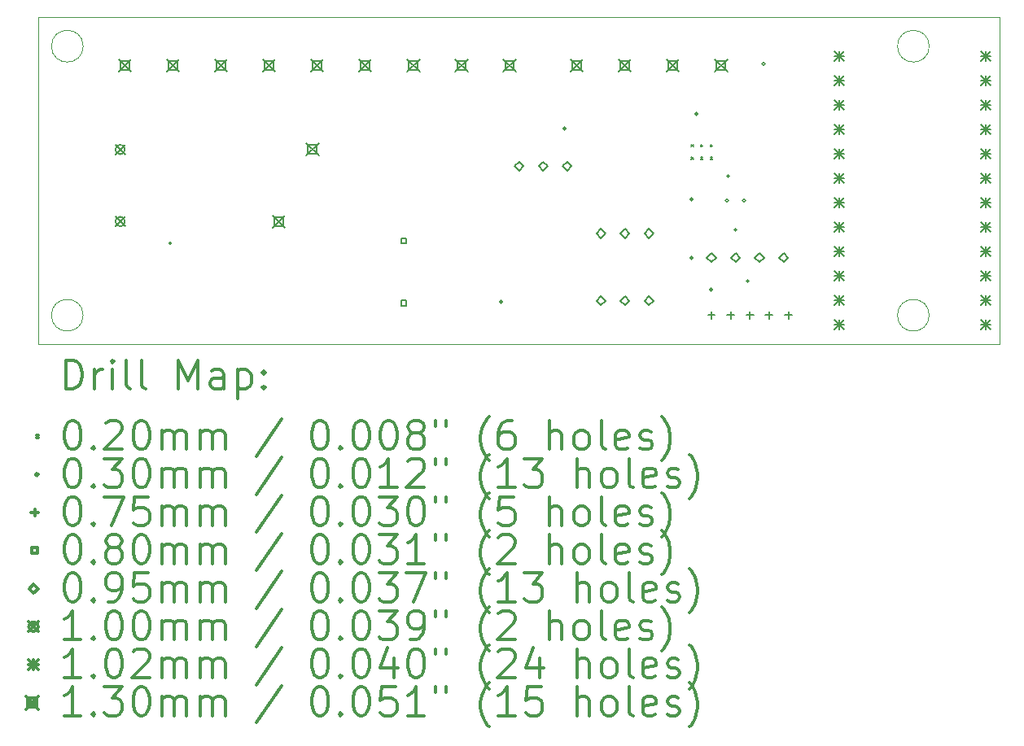
<source format=gbr>
%FSLAX45Y45*%
G04 Gerber Fmt 4.5, Leading zero omitted, Abs format (unit mm)*
G04 Created by KiCad (PCBNEW (5.1.9)-1) date 2021-05-18 22:58:01*
%MOMM*%
%LPD*%
G01*
G04 APERTURE LIST*
%TA.AperFunction,Profile*%
%ADD10C,0.025400*%
%TD*%
%ADD11C,0.200000*%
%ADD12C,0.300000*%
G04 APERTURE END LIST*
D10*
X8265000Y-7900000D02*
G75*
G03*
X8265000Y-7900000I-165000J0D01*
G01*
X17065000Y-7900000D02*
G75*
G03*
X17065000Y-7900000I-165000J0D01*
G01*
X7800000Y-8200000D02*
X7800000Y-4800000D01*
X17800000Y-8200000D02*
X7800000Y-8200000D01*
X17800000Y-4800000D02*
X17800000Y-8200000D01*
X17065000Y-5100000D02*
G75*
G03*
X17065000Y-5100000I-165000J0D01*
G01*
X8265000Y-5100000D02*
G75*
G03*
X8265000Y-5100000I-165000J0D01*
G01*
X7800000Y-4800000D02*
X17800000Y-4800000D01*
D11*
X14590000Y-6125000D02*
X14610000Y-6145000D01*
X14610000Y-6125000D02*
X14590000Y-6145000D01*
X14590000Y-6255000D02*
X14610000Y-6275000D01*
X14610000Y-6255000D02*
X14590000Y-6275000D01*
X14690000Y-6125000D02*
X14710000Y-6145000D01*
X14710000Y-6125000D02*
X14690000Y-6145000D01*
X14690000Y-6255000D02*
X14710000Y-6275000D01*
X14710000Y-6255000D02*
X14690000Y-6275000D01*
X14790000Y-6125000D02*
X14810000Y-6145000D01*
X14810000Y-6125000D02*
X14790000Y-6145000D01*
X14790000Y-6255000D02*
X14810000Y-6275000D01*
X14810000Y-6255000D02*
X14790000Y-6275000D01*
X9184640Y-7150100D02*
G75*
G03*
X9184640Y-7150100I-15240J0D01*
G01*
X12626340Y-7759700D02*
G75*
G03*
X12626340Y-7759700I-15240J0D01*
G01*
X13286740Y-5956300D02*
G75*
G03*
X13286740Y-5956300I-15240J0D01*
G01*
X14607540Y-6692900D02*
G75*
G03*
X14607540Y-6692900I-15240J0D01*
G01*
X14607540Y-7302500D02*
G75*
G03*
X14607540Y-7302500I-15240J0D01*
G01*
X14658340Y-5803900D02*
G75*
G03*
X14658340Y-5803900I-15240J0D01*
G01*
X14810740Y-7632700D02*
G75*
G03*
X14810740Y-7632700I-15240J0D01*
G01*
X14975840Y-6705600D02*
G75*
G03*
X14975840Y-6705600I-15240J0D01*
G01*
X14988540Y-6451600D02*
G75*
G03*
X14988540Y-6451600I-15240J0D01*
G01*
X15064740Y-7010400D02*
G75*
G03*
X15064740Y-7010400I-15240J0D01*
G01*
X15153640Y-6705600D02*
G75*
G03*
X15153640Y-6705600I-15240J0D01*
G01*
X15191740Y-7543800D02*
G75*
G03*
X15191740Y-7543800I-15240J0D01*
G01*
X15356840Y-5283200D02*
G75*
G03*
X15356840Y-5283200I-15240J0D01*
G01*
X14800000Y-7862500D02*
X14800000Y-7937500D01*
X14762500Y-7900000D02*
X14837500Y-7900000D01*
X15000000Y-7862500D02*
X15000000Y-7937500D01*
X14962500Y-7900000D02*
X15037500Y-7900000D01*
X15200000Y-7862500D02*
X15200000Y-7937500D01*
X15162500Y-7900000D02*
X15237500Y-7900000D01*
X15400000Y-7862500D02*
X15400000Y-7937500D01*
X15362500Y-7900000D02*
X15437500Y-7900000D01*
X15600000Y-7862500D02*
X15600000Y-7937500D01*
X15562500Y-7900000D02*
X15637500Y-7900000D01*
X11628284Y-7153284D02*
X11628284Y-7096715D01*
X11571715Y-7096715D01*
X11571715Y-7153284D01*
X11628284Y-7153284D01*
X11628284Y-7803284D02*
X11628284Y-7746715D01*
X11571715Y-7746715D01*
X11571715Y-7803284D01*
X11628284Y-7803284D01*
X12800000Y-6397500D02*
X12847500Y-6350000D01*
X12800000Y-6302500D01*
X12752500Y-6350000D01*
X12800000Y-6397500D01*
X13050000Y-6397500D02*
X13097500Y-6350000D01*
X13050000Y-6302500D01*
X13002500Y-6350000D01*
X13050000Y-6397500D01*
X13300000Y-6397500D02*
X13347500Y-6350000D01*
X13300000Y-6302500D01*
X13252500Y-6350000D01*
X13300000Y-6397500D01*
X13650000Y-7097500D02*
X13697500Y-7050000D01*
X13650000Y-7002500D01*
X13602500Y-7050000D01*
X13650000Y-7097500D01*
X13650000Y-7797500D02*
X13697500Y-7750000D01*
X13650000Y-7702500D01*
X13602500Y-7750000D01*
X13650000Y-7797500D01*
X13900000Y-7097500D02*
X13947500Y-7050000D01*
X13900000Y-7002500D01*
X13852500Y-7050000D01*
X13900000Y-7097500D01*
X13900000Y-7797500D02*
X13947500Y-7750000D01*
X13900000Y-7702500D01*
X13852500Y-7750000D01*
X13900000Y-7797500D01*
X14150000Y-7097500D02*
X14197500Y-7050000D01*
X14150000Y-7002500D01*
X14102500Y-7050000D01*
X14150000Y-7097500D01*
X14150000Y-7797500D02*
X14197500Y-7750000D01*
X14150000Y-7702500D01*
X14102500Y-7750000D01*
X14150000Y-7797500D01*
X14800000Y-7347500D02*
X14847500Y-7300000D01*
X14800000Y-7252500D01*
X14752500Y-7300000D01*
X14800000Y-7347500D01*
X15050000Y-7347500D02*
X15097500Y-7300000D01*
X15050000Y-7252500D01*
X15002500Y-7300000D01*
X15050000Y-7347500D01*
X15300000Y-7347500D02*
X15347500Y-7300000D01*
X15300000Y-7252500D01*
X15252500Y-7300000D01*
X15300000Y-7347500D01*
X15550000Y-7347500D02*
X15597500Y-7300000D01*
X15550000Y-7252500D01*
X15502500Y-7300000D01*
X15550000Y-7347500D01*
X8600000Y-6125000D02*
X8700000Y-6225000D01*
X8700000Y-6125000D02*
X8600000Y-6225000D01*
X8700000Y-6175000D02*
G75*
G03*
X8700000Y-6175000I-50000J0D01*
G01*
X8600000Y-6875000D02*
X8700000Y-6975000D01*
X8700000Y-6875000D02*
X8600000Y-6975000D01*
X8700000Y-6925000D02*
G75*
G03*
X8700000Y-6925000I-50000J0D01*
G01*
X16075200Y-5149200D02*
X16176800Y-5250800D01*
X16176800Y-5149200D02*
X16075200Y-5250800D01*
X16126000Y-5149200D02*
X16126000Y-5250800D01*
X16075200Y-5200000D02*
X16176800Y-5200000D01*
X16075200Y-5403200D02*
X16176800Y-5504800D01*
X16176800Y-5403200D02*
X16075200Y-5504800D01*
X16126000Y-5403200D02*
X16126000Y-5504800D01*
X16075200Y-5454000D02*
X16176800Y-5454000D01*
X16075200Y-5657200D02*
X16176800Y-5758800D01*
X16176800Y-5657200D02*
X16075200Y-5758800D01*
X16126000Y-5657200D02*
X16126000Y-5758800D01*
X16075200Y-5708000D02*
X16176800Y-5708000D01*
X16075200Y-5911200D02*
X16176800Y-6012800D01*
X16176800Y-5911200D02*
X16075200Y-6012800D01*
X16126000Y-5911200D02*
X16126000Y-6012800D01*
X16075200Y-5962000D02*
X16176800Y-5962000D01*
X16075200Y-6165200D02*
X16176800Y-6266800D01*
X16176800Y-6165200D02*
X16075200Y-6266800D01*
X16126000Y-6165200D02*
X16126000Y-6266800D01*
X16075200Y-6216000D02*
X16176800Y-6216000D01*
X16075200Y-6419200D02*
X16176800Y-6520800D01*
X16176800Y-6419200D02*
X16075200Y-6520800D01*
X16126000Y-6419200D02*
X16126000Y-6520800D01*
X16075200Y-6470000D02*
X16176800Y-6470000D01*
X16075200Y-6673200D02*
X16176800Y-6774800D01*
X16176800Y-6673200D02*
X16075200Y-6774800D01*
X16126000Y-6673200D02*
X16126000Y-6774800D01*
X16075200Y-6724000D02*
X16176800Y-6724000D01*
X16075200Y-6927200D02*
X16176800Y-7028800D01*
X16176800Y-6927200D02*
X16075200Y-7028800D01*
X16126000Y-6927200D02*
X16126000Y-7028800D01*
X16075200Y-6978000D02*
X16176800Y-6978000D01*
X16075200Y-7181200D02*
X16176800Y-7282800D01*
X16176800Y-7181200D02*
X16075200Y-7282800D01*
X16126000Y-7181200D02*
X16126000Y-7282800D01*
X16075200Y-7232000D02*
X16176800Y-7232000D01*
X16075200Y-7435200D02*
X16176800Y-7536800D01*
X16176800Y-7435200D02*
X16075200Y-7536800D01*
X16126000Y-7435200D02*
X16126000Y-7536800D01*
X16075200Y-7486000D02*
X16176800Y-7486000D01*
X16075200Y-7689200D02*
X16176800Y-7790800D01*
X16176800Y-7689200D02*
X16075200Y-7790800D01*
X16126000Y-7689200D02*
X16126000Y-7790800D01*
X16075200Y-7740000D02*
X16176800Y-7740000D01*
X16075200Y-7943200D02*
X16176800Y-8044800D01*
X16176800Y-7943200D02*
X16075200Y-8044800D01*
X16126000Y-7943200D02*
X16126000Y-8044800D01*
X16075200Y-7994000D02*
X16176800Y-7994000D01*
X17599200Y-5149200D02*
X17700800Y-5250800D01*
X17700800Y-5149200D02*
X17599200Y-5250800D01*
X17650000Y-5149200D02*
X17650000Y-5250800D01*
X17599200Y-5200000D02*
X17700800Y-5200000D01*
X17599200Y-5403200D02*
X17700800Y-5504800D01*
X17700800Y-5403200D02*
X17599200Y-5504800D01*
X17650000Y-5403200D02*
X17650000Y-5504800D01*
X17599200Y-5454000D02*
X17700800Y-5454000D01*
X17599200Y-5657200D02*
X17700800Y-5758800D01*
X17700800Y-5657200D02*
X17599200Y-5758800D01*
X17650000Y-5657200D02*
X17650000Y-5758800D01*
X17599200Y-5708000D02*
X17700800Y-5708000D01*
X17599200Y-5911200D02*
X17700800Y-6012800D01*
X17700800Y-5911200D02*
X17599200Y-6012800D01*
X17650000Y-5911200D02*
X17650000Y-6012800D01*
X17599200Y-5962000D02*
X17700800Y-5962000D01*
X17599200Y-6165200D02*
X17700800Y-6266800D01*
X17700800Y-6165200D02*
X17599200Y-6266800D01*
X17650000Y-6165200D02*
X17650000Y-6266800D01*
X17599200Y-6216000D02*
X17700800Y-6216000D01*
X17599200Y-6419200D02*
X17700800Y-6520800D01*
X17700800Y-6419200D02*
X17599200Y-6520800D01*
X17650000Y-6419200D02*
X17650000Y-6520800D01*
X17599200Y-6470000D02*
X17700800Y-6470000D01*
X17599200Y-6673200D02*
X17700800Y-6774800D01*
X17700800Y-6673200D02*
X17599200Y-6774800D01*
X17650000Y-6673200D02*
X17650000Y-6774800D01*
X17599200Y-6724000D02*
X17700800Y-6724000D01*
X17599200Y-6927200D02*
X17700800Y-7028800D01*
X17700800Y-6927200D02*
X17599200Y-7028800D01*
X17650000Y-6927200D02*
X17650000Y-7028800D01*
X17599200Y-6978000D02*
X17700800Y-6978000D01*
X17599200Y-7181200D02*
X17700800Y-7282800D01*
X17700800Y-7181200D02*
X17599200Y-7282800D01*
X17650000Y-7181200D02*
X17650000Y-7282800D01*
X17599200Y-7232000D02*
X17700800Y-7232000D01*
X17599200Y-7435200D02*
X17700800Y-7536800D01*
X17700800Y-7435200D02*
X17599200Y-7536800D01*
X17650000Y-7435200D02*
X17650000Y-7536800D01*
X17599200Y-7486000D02*
X17700800Y-7486000D01*
X17599200Y-7689200D02*
X17700800Y-7790800D01*
X17700800Y-7689200D02*
X17599200Y-7790800D01*
X17650000Y-7689200D02*
X17650000Y-7790800D01*
X17599200Y-7740000D02*
X17700800Y-7740000D01*
X17599200Y-7943200D02*
X17700800Y-8044800D01*
X17700800Y-7943200D02*
X17599200Y-8044800D01*
X17650000Y-7943200D02*
X17650000Y-8044800D01*
X17599200Y-7994000D02*
X17700800Y-7994000D01*
X8635000Y-5235000D02*
X8765000Y-5365000D01*
X8765000Y-5235000D02*
X8635000Y-5365000D01*
X8745962Y-5345962D02*
X8745962Y-5254038D01*
X8654038Y-5254038D01*
X8654038Y-5345962D01*
X8745962Y-5345962D01*
X9135000Y-5235000D02*
X9265000Y-5365000D01*
X9265000Y-5235000D02*
X9135000Y-5365000D01*
X9245962Y-5345962D02*
X9245962Y-5254038D01*
X9154038Y-5254038D01*
X9154038Y-5345962D01*
X9245962Y-5345962D01*
X9635000Y-5235000D02*
X9765000Y-5365000D01*
X9765000Y-5235000D02*
X9635000Y-5365000D01*
X9745962Y-5345962D02*
X9745962Y-5254038D01*
X9654038Y-5254038D01*
X9654038Y-5345962D01*
X9745962Y-5345962D01*
X10135000Y-5235000D02*
X10265000Y-5365000D01*
X10265000Y-5235000D02*
X10135000Y-5365000D01*
X10245962Y-5345962D02*
X10245962Y-5254038D01*
X10154038Y-5254038D01*
X10154038Y-5345962D01*
X10245962Y-5345962D01*
X10235000Y-6860000D02*
X10365000Y-6990000D01*
X10365000Y-6860000D02*
X10235000Y-6990000D01*
X10345962Y-6970962D02*
X10345962Y-6879038D01*
X10254038Y-6879038D01*
X10254038Y-6970962D01*
X10345962Y-6970962D01*
X10585000Y-6110000D02*
X10715000Y-6240000D01*
X10715000Y-6110000D02*
X10585000Y-6240000D01*
X10695962Y-6220962D02*
X10695962Y-6129038D01*
X10604038Y-6129038D01*
X10604038Y-6220962D01*
X10695962Y-6220962D01*
X10635000Y-5235000D02*
X10765000Y-5365000D01*
X10765000Y-5235000D02*
X10635000Y-5365000D01*
X10745962Y-5345962D02*
X10745962Y-5254038D01*
X10654038Y-5254038D01*
X10654038Y-5345962D01*
X10745962Y-5345962D01*
X11135000Y-5235000D02*
X11265000Y-5365000D01*
X11265000Y-5235000D02*
X11135000Y-5365000D01*
X11245962Y-5345962D02*
X11245962Y-5254038D01*
X11154038Y-5254038D01*
X11154038Y-5345962D01*
X11245962Y-5345962D01*
X11635000Y-5235000D02*
X11765000Y-5365000D01*
X11765000Y-5235000D02*
X11635000Y-5365000D01*
X11745962Y-5345962D02*
X11745962Y-5254038D01*
X11654038Y-5254038D01*
X11654038Y-5345962D01*
X11745962Y-5345962D01*
X12135000Y-5235000D02*
X12265000Y-5365000D01*
X12265000Y-5235000D02*
X12135000Y-5365000D01*
X12245962Y-5345962D02*
X12245962Y-5254038D01*
X12154038Y-5254038D01*
X12154038Y-5345962D01*
X12245962Y-5345962D01*
X12635000Y-5235000D02*
X12765000Y-5365000D01*
X12765000Y-5235000D02*
X12635000Y-5365000D01*
X12745962Y-5345962D02*
X12745962Y-5254038D01*
X12654038Y-5254038D01*
X12654038Y-5345962D01*
X12745962Y-5345962D01*
X13335000Y-5235000D02*
X13465000Y-5365000D01*
X13465000Y-5235000D02*
X13335000Y-5365000D01*
X13445962Y-5345962D02*
X13445962Y-5254038D01*
X13354038Y-5254038D01*
X13354038Y-5345962D01*
X13445962Y-5345962D01*
X13835000Y-5235000D02*
X13965000Y-5365000D01*
X13965000Y-5235000D02*
X13835000Y-5365000D01*
X13945962Y-5345962D02*
X13945962Y-5254038D01*
X13854038Y-5254038D01*
X13854038Y-5345962D01*
X13945962Y-5345962D01*
X14335000Y-5235000D02*
X14465000Y-5365000D01*
X14465000Y-5235000D02*
X14335000Y-5365000D01*
X14445962Y-5345962D02*
X14445962Y-5254038D01*
X14354038Y-5254038D01*
X14354038Y-5345962D01*
X14445962Y-5345962D01*
X14835000Y-5235000D02*
X14965000Y-5365000D01*
X14965000Y-5235000D02*
X14835000Y-5365000D01*
X14945962Y-5345962D02*
X14945962Y-5254038D01*
X14854038Y-5254038D01*
X14854038Y-5345962D01*
X14945962Y-5345962D01*
D12*
X8085158Y-8666984D02*
X8085158Y-8366984D01*
X8156587Y-8366984D01*
X8199444Y-8381270D01*
X8228016Y-8409842D01*
X8242301Y-8438413D01*
X8256587Y-8495556D01*
X8256587Y-8538413D01*
X8242301Y-8595556D01*
X8228016Y-8624127D01*
X8199444Y-8652699D01*
X8156587Y-8666984D01*
X8085158Y-8666984D01*
X8385158Y-8666984D02*
X8385158Y-8466984D01*
X8385158Y-8524127D02*
X8399444Y-8495556D01*
X8413730Y-8481270D01*
X8442301Y-8466984D01*
X8470873Y-8466984D01*
X8570873Y-8666984D02*
X8570873Y-8466984D01*
X8570873Y-8366984D02*
X8556587Y-8381270D01*
X8570873Y-8395556D01*
X8585158Y-8381270D01*
X8570873Y-8366984D01*
X8570873Y-8395556D01*
X8756587Y-8666984D02*
X8728016Y-8652699D01*
X8713730Y-8624127D01*
X8713730Y-8366984D01*
X8913730Y-8666984D02*
X8885158Y-8652699D01*
X8870873Y-8624127D01*
X8870873Y-8366984D01*
X9256587Y-8666984D02*
X9256587Y-8366984D01*
X9356587Y-8581270D01*
X9456587Y-8366984D01*
X9456587Y-8666984D01*
X9728016Y-8666984D02*
X9728016Y-8509842D01*
X9713730Y-8481270D01*
X9685158Y-8466984D01*
X9628016Y-8466984D01*
X9599444Y-8481270D01*
X9728016Y-8652699D02*
X9699444Y-8666984D01*
X9628016Y-8666984D01*
X9599444Y-8652699D01*
X9585158Y-8624127D01*
X9585158Y-8595556D01*
X9599444Y-8566984D01*
X9628016Y-8552699D01*
X9699444Y-8552699D01*
X9728016Y-8538413D01*
X9870873Y-8466984D02*
X9870873Y-8766984D01*
X9870873Y-8481270D02*
X9899444Y-8466984D01*
X9956587Y-8466984D01*
X9985158Y-8481270D01*
X9999444Y-8495556D01*
X10013730Y-8524127D01*
X10013730Y-8609842D01*
X9999444Y-8638413D01*
X9985158Y-8652699D01*
X9956587Y-8666984D01*
X9899444Y-8666984D01*
X9870873Y-8652699D01*
X10142301Y-8638413D02*
X10156587Y-8652699D01*
X10142301Y-8666984D01*
X10128016Y-8652699D01*
X10142301Y-8638413D01*
X10142301Y-8666984D01*
X10142301Y-8481270D02*
X10156587Y-8495556D01*
X10142301Y-8509842D01*
X10128016Y-8495556D01*
X10142301Y-8481270D01*
X10142301Y-8509842D01*
X7778730Y-9151270D02*
X7798730Y-9171270D01*
X7798730Y-9151270D02*
X7778730Y-9171270D01*
X8142301Y-8996984D02*
X8170873Y-8996984D01*
X8199444Y-9011270D01*
X8213730Y-9025556D01*
X8228016Y-9054127D01*
X8242301Y-9111270D01*
X8242301Y-9182699D01*
X8228016Y-9239842D01*
X8213730Y-9268413D01*
X8199444Y-9282699D01*
X8170873Y-9296984D01*
X8142301Y-9296984D01*
X8113730Y-9282699D01*
X8099444Y-9268413D01*
X8085158Y-9239842D01*
X8070873Y-9182699D01*
X8070873Y-9111270D01*
X8085158Y-9054127D01*
X8099444Y-9025556D01*
X8113730Y-9011270D01*
X8142301Y-8996984D01*
X8370873Y-9268413D02*
X8385158Y-9282699D01*
X8370873Y-9296984D01*
X8356587Y-9282699D01*
X8370873Y-9268413D01*
X8370873Y-9296984D01*
X8499444Y-9025556D02*
X8513730Y-9011270D01*
X8542301Y-8996984D01*
X8613730Y-8996984D01*
X8642301Y-9011270D01*
X8656587Y-9025556D01*
X8670873Y-9054127D01*
X8670873Y-9082699D01*
X8656587Y-9125556D01*
X8485158Y-9296984D01*
X8670873Y-9296984D01*
X8856587Y-8996984D02*
X8885158Y-8996984D01*
X8913730Y-9011270D01*
X8928016Y-9025556D01*
X8942301Y-9054127D01*
X8956587Y-9111270D01*
X8956587Y-9182699D01*
X8942301Y-9239842D01*
X8928016Y-9268413D01*
X8913730Y-9282699D01*
X8885158Y-9296984D01*
X8856587Y-9296984D01*
X8828016Y-9282699D01*
X8813730Y-9268413D01*
X8799444Y-9239842D01*
X8785158Y-9182699D01*
X8785158Y-9111270D01*
X8799444Y-9054127D01*
X8813730Y-9025556D01*
X8828016Y-9011270D01*
X8856587Y-8996984D01*
X9085158Y-9296984D02*
X9085158Y-9096984D01*
X9085158Y-9125556D02*
X9099444Y-9111270D01*
X9128016Y-9096984D01*
X9170873Y-9096984D01*
X9199444Y-9111270D01*
X9213730Y-9139842D01*
X9213730Y-9296984D01*
X9213730Y-9139842D02*
X9228016Y-9111270D01*
X9256587Y-9096984D01*
X9299444Y-9096984D01*
X9328016Y-9111270D01*
X9342301Y-9139842D01*
X9342301Y-9296984D01*
X9485158Y-9296984D02*
X9485158Y-9096984D01*
X9485158Y-9125556D02*
X9499444Y-9111270D01*
X9528016Y-9096984D01*
X9570873Y-9096984D01*
X9599444Y-9111270D01*
X9613730Y-9139842D01*
X9613730Y-9296984D01*
X9613730Y-9139842D02*
X9628016Y-9111270D01*
X9656587Y-9096984D01*
X9699444Y-9096984D01*
X9728016Y-9111270D01*
X9742301Y-9139842D01*
X9742301Y-9296984D01*
X10328016Y-8982699D02*
X10070873Y-9368413D01*
X10713730Y-8996984D02*
X10742301Y-8996984D01*
X10770873Y-9011270D01*
X10785158Y-9025556D01*
X10799444Y-9054127D01*
X10813730Y-9111270D01*
X10813730Y-9182699D01*
X10799444Y-9239842D01*
X10785158Y-9268413D01*
X10770873Y-9282699D01*
X10742301Y-9296984D01*
X10713730Y-9296984D01*
X10685158Y-9282699D01*
X10670873Y-9268413D01*
X10656587Y-9239842D01*
X10642301Y-9182699D01*
X10642301Y-9111270D01*
X10656587Y-9054127D01*
X10670873Y-9025556D01*
X10685158Y-9011270D01*
X10713730Y-8996984D01*
X10942301Y-9268413D02*
X10956587Y-9282699D01*
X10942301Y-9296984D01*
X10928016Y-9282699D01*
X10942301Y-9268413D01*
X10942301Y-9296984D01*
X11142301Y-8996984D02*
X11170873Y-8996984D01*
X11199444Y-9011270D01*
X11213730Y-9025556D01*
X11228016Y-9054127D01*
X11242301Y-9111270D01*
X11242301Y-9182699D01*
X11228016Y-9239842D01*
X11213730Y-9268413D01*
X11199444Y-9282699D01*
X11170873Y-9296984D01*
X11142301Y-9296984D01*
X11113730Y-9282699D01*
X11099444Y-9268413D01*
X11085158Y-9239842D01*
X11070873Y-9182699D01*
X11070873Y-9111270D01*
X11085158Y-9054127D01*
X11099444Y-9025556D01*
X11113730Y-9011270D01*
X11142301Y-8996984D01*
X11428016Y-8996984D02*
X11456587Y-8996984D01*
X11485158Y-9011270D01*
X11499444Y-9025556D01*
X11513730Y-9054127D01*
X11528016Y-9111270D01*
X11528016Y-9182699D01*
X11513730Y-9239842D01*
X11499444Y-9268413D01*
X11485158Y-9282699D01*
X11456587Y-9296984D01*
X11428016Y-9296984D01*
X11399444Y-9282699D01*
X11385158Y-9268413D01*
X11370873Y-9239842D01*
X11356587Y-9182699D01*
X11356587Y-9111270D01*
X11370873Y-9054127D01*
X11385158Y-9025556D01*
X11399444Y-9011270D01*
X11428016Y-8996984D01*
X11699444Y-9125556D02*
X11670873Y-9111270D01*
X11656587Y-9096984D01*
X11642301Y-9068413D01*
X11642301Y-9054127D01*
X11656587Y-9025556D01*
X11670873Y-9011270D01*
X11699444Y-8996984D01*
X11756587Y-8996984D01*
X11785158Y-9011270D01*
X11799444Y-9025556D01*
X11813730Y-9054127D01*
X11813730Y-9068413D01*
X11799444Y-9096984D01*
X11785158Y-9111270D01*
X11756587Y-9125556D01*
X11699444Y-9125556D01*
X11670873Y-9139842D01*
X11656587Y-9154127D01*
X11642301Y-9182699D01*
X11642301Y-9239842D01*
X11656587Y-9268413D01*
X11670873Y-9282699D01*
X11699444Y-9296984D01*
X11756587Y-9296984D01*
X11785158Y-9282699D01*
X11799444Y-9268413D01*
X11813730Y-9239842D01*
X11813730Y-9182699D01*
X11799444Y-9154127D01*
X11785158Y-9139842D01*
X11756587Y-9125556D01*
X11928016Y-8996984D02*
X11928016Y-9054127D01*
X12042301Y-8996984D02*
X12042301Y-9054127D01*
X12485158Y-9411270D02*
X12470873Y-9396984D01*
X12442301Y-9354127D01*
X12428016Y-9325556D01*
X12413730Y-9282699D01*
X12399444Y-9211270D01*
X12399444Y-9154127D01*
X12413730Y-9082699D01*
X12428016Y-9039842D01*
X12442301Y-9011270D01*
X12470873Y-8968413D01*
X12485158Y-8954127D01*
X12728016Y-8996984D02*
X12670873Y-8996984D01*
X12642301Y-9011270D01*
X12628016Y-9025556D01*
X12599444Y-9068413D01*
X12585158Y-9125556D01*
X12585158Y-9239842D01*
X12599444Y-9268413D01*
X12613730Y-9282699D01*
X12642301Y-9296984D01*
X12699444Y-9296984D01*
X12728016Y-9282699D01*
X12742301Y-9268413D01*
X12756587Y-9239842D01*
X12756587Y-9168413D01*
X12742301Y-9139842D01*
X12728016Y-9125556D01*
X12699444Y-9111270D01*
X12642301Y-9111270D01*
X12613730Y-9125556D01*
X12599444Y-9139842D01*
X12585158Y-9168413D01*
X13113730Y-9296984D02*
X13113730Y-8996984D01*
X13242301Y-9296984D02*
X13242301Y-9139842D01*
X13228016Y-9111270D01*
X13199444Y-9096984D01*
X13156587Y-9096984D01*
X13128016Y-9111270D01*
X13113730Y-9125556D01*
X13428016Y-9296984D02*
X13399444Y-9282699D01*
X13385158Y-9268413D01*
X13370873Y-9239842D01*
X13370873Y-9154127D01*
X13385158Y-9125556D01*
X13399444Y-9111270D01*
X13428016Y-9096984D01*
X13470873Y-9096984D01*
X13499444Y-9111270D01*
X13513730Y-9125556D01*
X13528016Y-9154127D01*
X13528016Y-9239842D01*
X13513730Y-9268413D01*
X13499444Y-9282699D01*
X13470873Y-9296984D01*
X13428016Y-9296984D01*
X13699444Y-9296984D02*
X13670873Y-9282699D01*
X13656587Y-9254127D01*
X13656587Y-8996984D01*
X13928016Y-9282699D02*
X13899444Y-9296984D01*
X13842301Y-9296984D01*
X13813730Y-9282699D01*
X13799444Y-9254127D01*
X13799444Y-9139842D01*
X13813730Y-9111270D01*
X13842301Y-9096984D01*
X13899444Y-9096984D01*
X13928016Y-9111270D01*
X13942301Y-9139842D01*
X13942301Y-9168413D01*
X13799444Y-9196984D01*
X14056587Y-9282699D02*
X14085158Y-9296984D01*
X14142301Y-9296984D01*
X14170873Y-9282699D01*
X14185158Y-9254127D01*
X14185158Y-9239842D01*
X14170873Y-9211270D01*
X14142301Y-9196984D01*
X14099444Y-9196984D01*
X14070873Y-9182699D01*
X14056587Y-9154127D01*
X14056587Y-9139842D01*
X14070873Y-9111270D01*
X14099444Y-9096984D01*
X14142301Y-9096984D01*
X14170873Y-9111270D01*
X14285158Y-9411270D02*
X14299444Y-9396984D01*
X14328016Y-9354127D01*
X14342301Y-9325556D01*
X14356587Y-9282699D01*
X14370873Y-9211270D01*
X14370873Y-9154127D01*
X14356587Y-9082699D01*
X14342301Y-9039842D01*
X14328016Y-9011270D01*
X14299444Y-8968413D01*
X14285158Y-8954127D01*
X7798730Y-9557270D02*
G75*
G03*
X7798730Y-9557270I-15240J0D01*
G01*
X8142301Y-9392984D02*
X8170873Y-9392984D01*
X8199444Y-9407270D01*
X8213730Y-9421556D01*
X8228016Y-9450127D01*
X8242301Y-9507270D01*
X8242301Y-9578699D01*
X8228016Y-9635842D01*
X8213730Y-9664413D01*
X8199444Y-9678699D01*
X8170873Y-9692984D01*
X8142301Y-9692984D01*
X8113730Y-9678699D01*
X8099444Y-9664413D01*
X8085158Y-9635842D01*
X8070873Y-9578699D01*
X8070873Y-9507270D01*
X8085158Y-9450127D01*
X8099444Y-9421556D01*
X8113730Y-9407270D01*
X8142301Y-9392984D01*
X8370873Y-9664413D02*
X8385158Y-9678699D01*
X8370873Y-9692984D01*
X8356587Y-9678699D01*
X8370873Y-9664413D01*
X8370873Y-9692984D01*
X8485158Y-9392984D02*
X8670873Y-9392984D01*
X8570873Y-9507270D01*
X8613730Y-9507270D01*
X8642301Y-9521556D01*
X8656587Y-9535842D01*
X8670873Y-9564413D01*
X8670873Y-9635842D01*
X8656587Y-9664413D01*
X8642301Y-9678699D01*
X8613730Y-9692984D01*
X8528016Y-9692984D01*
X8499444Y-9678699D01*
X8485158Y-9664413D01*
X8856587Y-9392984D02*
X8885158Y-9392984D01*
X8913730Y-9407270D01*
X8928016Y-9421556D01*
X8942301Y-9450127D01*
X8956587Y-9507270D01*
X8956587Y-9578699D01*
X8942301Y-9635842D01*
X8928016Y-9664413D01*
X8913730Y-9678699D01*
X8885158Y-9692984D01*
X8856587Y-9692984D01*
X8828016Y-9678699D01*
X8813730Y-9664413D01*
X8799444Y-9635842D01*
X8785158Y-9578699D01*
X8785158Y-9507270D01*
X8799444Y-9450127D01*
X8813730Y-9421556D01*
X8828016Y-9407270D01*
X8856587Y-9392984D01*
X9085158Y-9692984D02*
X9085158Y-9492984D01*
X9085158Y-9521556D02*
X9099444Y-9507270D01*
X9128016Y-9492984D01*
X9170873Y-9492984D01*
X9199444Y-9507270D01*
X9213730Y-9535842D01*
X9213730Y-9692984D01*
X9213730Y-9535842D02*
X9228016Y-9507270D01*
X9256587Y-9492984D01*
X9299444Y-9492984D01*
X9328016Y-9507270D01*
X9342301Y-9535842D01*
X9342301Y-9692984D01*
X9485158Y-9692984D02*
X9485158Y-9492984D01*
X9485158Y-9521556D02*
X9499444Y-9507270D01*
X9528016Y-9492984D01*
X9570873Y-9492984D01*
X9599444Y-9507270D01*
X9613730Y-9535842D01*
X9613730Y-9692984D01*
X9613730Y-9535842D02*
X9628016Y-9507270D01*
X9656587Y-9492984D01*
X9699444Y-9492984D01*
X9728016Y-9507270D01*
X9742301Y-9535842D01*
X9742301Y-9692984D01*
X10328016Y-9378699D02*
X10070873Y-9764413D01*
X10713730Y-9392984D02*
X10742301Y-9392984D01*
X10770873Y-9407270D01*
X10785158Y-9421556D01*
X10799444Y-9450127D01*
X10813730Y-9507270D01*
X10813730Y-9578699D01*
X10799444Y-9635842D01*
X10785158Y-9664413D01*
X10770873Y-9678699D01*
X10742301Y-9692984D01*
X10713730Y-9692984D01*
X10685158Y-9678699D01*
X10670873Y-9664413D01*
X10656587Y-9635842D01*
X10642301Y-9578699D01*
X10642301Y-9507270D01*
X10656587Y-9450127D01*
X10670873Y-9421556D01*
X10685158Y-9407270D01*
X10713730Y-9392984D01*
X10942301Y-9664413D02*
X10956587Y-9678699D01*
X10942301Y-9692984D01*
X10928016Y-9678699D01*
X10942301Y-9664413D01*
X10942301Y-9692984D01*
X11142301Y-9392984D02*
X11170873Y-9392984D01*
X11199444Y-9407270D01*
X11213730Y-9421556D01*
X11228016Y-9450127D01*
X11242301Y-9507270D01*
X11242301Y-9578699D01*
X11228016Y-9635842D01*
X11213730Y-9664413D01*
X11199444Y-9678699D01*
X11170873Y-9692984D01*
X11142301Y-9692984D01*
X11113730Y-9678699D01*
X11099444Y-9664413D01*
X11085158Y-9635842D01*
X11070873Y-9578699D01*
X11070873Y-9507270D01*
X11085158Y-9450127D01*
X11099444Y-9421556D01*
X11113730Y-9407270D01*
X11142301Y-9392984D01*
X11528016Y-9692984D02*
X11356587Y-9692984D01*
X11442301Y-9692984D02*
X11442301Y-9392984D01*
X11413730Y-9435842D01*
X11385158Y-9464413D01*
X11356587Y-9478699D01*
X11642301Y-9421556D02*
X11656587Y-9407270D01*
X11685158Y-9392984D01*
X11756587Y-9392984D01*
X11785158Y-9407270D01*
X11799444Y-9421556D01*
X11813730Y-9450127D01*
X11813730Y-9478699D01*
X11799444Y-9521556D01*
X11628016Y-9692984D01*
X11813730Y-9692984D01*
X11928016Y-9392984D02*
X11928016Y-9450127D01*
X12042301Y-9392984D02*
X12042301Y-9450127D01*
X12485158Y-9807270D02*
X12470873Y-9792984D01*
X12442301Y-9750127D01*
X12428016Y-9721556D01*
X12413730Y-9678699D01*
X12399444Y-9607270D01*
X12399444Y-9550127D01*
X12413730Y-9478699D01*
X12428016Y-9435842D01*
X12442301Y-9407270D01*
X12470873Y-9364413D01*
X12485158Y-9350127D01*
X12756587Y-9692984D02*
X12585158Y-9692984D01*
X12670873Y-9692984D02*
X12670873Y-9392984D01*
X12642301Y-9435842D01*
X12613730Y-9464413D01*
X12585158Y-9478699D01*
X12856587Y-9392984D02*
X13042301Y-9392984D01*
X12942301Y-9507270D01*
X12985158Y-9507270D01*
X13013730Y-9521556D01*
X13028016Y-9535842D01*
X13042301Y-9564413D01*
X13042301Y-9635842D01*
X13028016Y-9664413D01*
X13013730Y-9678699D01*
X12985158Y-9692984D01*
X12899444Y-9692984D01*
X12870873Y-9678699D01*
X12856587Y-9664413D01*
X13399444Y-9692984D02*
X13399444Y-9392984D01*
X13528016Y-9692984D02*
X13528016Y-9535842D01*
X13513730Y-9507270D01*
X13485158Y-9492984D01*
X13442301Y-9492984D01*
X13413730Y-9507270D01*
X13399444Y-9521556D01*
X13713730Y-9692984D02*
X13685158Y-9678699D01*
X13670873Y-9664413D01*
X13656587Y-9635842D01*
X13656587Y-9550127D01*
X13670873Y-9521556D01*
X13685158Y-9507270D01*
X13713730Y-9492984D01*
X13756587Y-9492984D01*
X13785158Y-9507270D01*
X13799444Y-9521556D01*
X13813730Y-9550127D01*
X13813730Y-9635842D01*
X13799444Y-9664413D01*
X13785158Y-9678699D01*
X13756587Y-9692984D01*
X13713730Y-9692984D01*
X13985158Y-9692984D02*
X13956587Y-9678699D01*
X13942301Y-9650127D01*
X13942301Y-9392984D01*
X14213730Y-9678699D02*
X14185158Y-9692984D01*
X14128016Y-9692984D01*
X14099444Y-9678699D01*
X14085158Y-9650127D01*
X14085158Y-9535842D01*
X14099444Y-9507270D01*
X14128016Y-9492984D01*
X14185158Y-9492984D01*
X14213730Y-9507270D01*
X14228016Y-9535842D01*
X14228016Y-9564413D01*
X14085158Y-9592984D01*
X14342301Y-9678699D02*
X14370873Y-9692984D01*
X14428016Y-9692984D01*
X14456587Y-9678699D01*
X14470873Y-9650127D01*
X14470873Y-9635842D01*
X14456587Y-9607270D01*
X14428016Y-9592984D01*
X14385158Y-9592984D01*
X14356587Y-9578699D01*
X14342301Y-9550127D01*
X14342301Y-9535842D01*
X14356587Y-9507270D01*
X14385158Y-9492984D01*
X14428016Y-9492984D01*
X14456587Y-9507270D01*
X14570873Y-9807270D02*
X14585158Y-9792984D01*
X14613730Y-9750127D01*
X14628016Y-9721556D01*
X14642301Y-9678699D01*
X14656587Y-9607270D01*
X14656587Y-9550127D01*
X14642301Y-9478699D01*
X14628016Y-9435842D01*
X14613730Y-9407270D01*
X14585158Y-9364413D01*
X14570873Y-9350127D01*
X7761230Y-9915770D02*
X7761230Y-9990770D01*
X7723730Y-9953270D02*
X7798730Y-9953270D01*
X8142301Y-9788984D02*
X8170873Y-9788984D01*
X8199444Y-9803270D01*
X8213730Y-9817556D01*
X8228016Y-9846127D01*
X8242301Y-9903270D01*
X8242301Y-9974699D01*
X8228016Y-10031842D01*
X8213730Y-10060413D01*
X8199444Y-10074699D01*
X8170873Y-10088984D01*
X8142301Y-10088984D01*
X8113730Y-10074699D01*
X8099444Y-10060413D01*
X8085158Y-10031842D01*
X8070873Y-9974699D01*
X8070873Y-9903270D01*
X8085158Y-9846127D01*
X8099444Y-9817556D01*
X8113730Y-9803270D01*
X8142301Y-9788984D01*
X8370873Y-10060413D02*
X8385158Y-10074699D01*
X8370873Y-10088984D01*
X8356587Y-10074699D01*
X8370873Y-10060413D01*
X8370873Y-10088984D01*
X8485158Y-9788984D02*
X8685158Y-9788984D01*
X8556587Y-10088984D01*
X8942301Y-9788984D02*
X8799444Y-9788984D01*
X8785158Y-9931842D01*
X8799444Y-9917556D01*
X8828016Y-9903270D01*
X8899444Y-9903270D01*
X8928016Y-9917556D01*
X8942301Y-9931842D01*
X8956587Y-9960413D01*
X8956587Y-10031842D01*
X8942301Y-10060413D01*
X8928016Y-10074699D01*
X8899444Y-10088984D01*
X8828016Y-10088984D01*
X8799444Y-10074699D01*
X8785158Y-10060413D01*
X9085158Y-10088984D02*
X9085158Y-9888984D01*
X9085158Y-9917556D02*
X9099444Y-9903270D01*
X9128016Y-9888984D01*
X9170873Y-9888984D01*
X9199444Y-9903270D01*
X9213730Y-9931842D01*
X9213730Y-10088984D01*
X9213730Y-9931842D02*
X9228016Y-9903270D01*
X9256587Y-9888984D01*
X9299444Y-9888984D01*
X9328016Y-9903270D01*
X9342301Y-9931842D01*
X9342301Y-10088984D01*
X9485158Y-10088984D02*
X9485158Y-9888984D01*
X9485158Y-9917556D02*
X9499444Y-9903270D01*
X9528016Y-9888984D01*
X9570873Y-9888984D01*
X9599444Y-9903270D01*
X9613730Y-9931842D01*
X9613730Y-10088984D01*
X9613730Y-9931842D02*
X9628016Y-9903270D01*
X9656587Y-9888984D01*
X9699444Y-9888984D01*
X9728016Y-9903270D01*
X9742301Y-9931842D01*
X9742301Y-10088984D01*
X10328016Y-9774699D02*
X10070873Y-10160413D01*
X10713730Y-9788984D02*
X10742301Y-9788984D01*
X10770873Y-9803270D01*
X10785158Y-9817556D01*
X10799444Y-9846127D01*
X10813730Y-9903270D01*
X10813730Y-9974699D01*
X10799444Y-10031842D01*
X10785158Y-10060413D01*
X10770873Y-10074699D01*
X10742301Y-10088984D01*
X10713730Y-10088984D01*
X10685158Y-10074699D01*
X10670873Y-10060413D01*
X10656587Y-10031842D01*
X10642301Y-9974699D01*
X10642301Y-9903270D01*
X10656587Y-9846127D01*
X10670873Y-9817556D01*
X10685158Y-9803270D01*
X10713730Y-9788984D01*
X10942301Y-10060413D02*
X10956587Y-10074699D01*
X10942301Y-10088984D01*
X10928016Y-10074699D01*
X10942301Y-10060413D01*
X10942301Y-10088984D01*
X11142301Y-9788984D02*
X11170873Y-9788984D01*
X11199444Y-9803270D01*
X11213730Y-9817556D01*
X11228016Y-9846127D01*
X11242301Y-9903270D01*
X11242301Y-9974699D01*
X11228016Y-10031842D01*
X11213730Y-10060413D01*
X11199444Y-10074699D01*
X11170873Y-10088984D01*
X11142301Y-10088984D01*
X11113730Y-10074699D01*
X11099444Y-10060413D01*
X11085158Y-10031842D01*
X11070873Y-9974699D01*
X11070873Y-9903270D01*
X11085158Y-9846127D01*
X11099444Y-9817556D01*
X11113730Y-9803270D01*
X11142301Y-9788984D01*
X11342301Y-9788984D02*
X11528016Y-9788984D01*
X11428016Y-9903270D01*
X11470873Y-9903270D01*
X11499444Y-9917556D01*
X11513730Y-9931842D01*
X11528016Y-9960413D01*
X11528016Y-10031842D01*
X11513730Y-10060413D01*
X11499444Y-10074699D01*
X11470873Y-10088984D01*
X11385158Y-10088984D01*
X11356587Y-10074699D01*
X11342301Y-10060413D01*
X11713730Y-9788984D02*
X11742301Y-9788984D01*
X11770873Y-9803270D01*
X11785158Y-9817556D01*
X11799444Y-9846127D01*
X11813730Y-9903270D01*
X11813730Y-9974699D01*
X11799444Y-10031842D01*
X11785158Y-10060413D01*
X11770873Y-10074699D01*
X11742301Y-10088984D01*
X11713730Y-10088984D01*
X11685158Y-10074699D01*
X11670873Y-10060413D01*
X11656587Y-10031842D01*
X11642301Y-9974699D01*
X11642301Y-9903270D01*
X11656587Y-9846127D01*
X11670873Y-9817556D01*
X11685158Y-9803270D01*
X11713730Y-9788984D01*
X11928016Y-9788984D02*
X11928016Y-9846127D01*
X12042301Y-9788984D02*
X12042301Y-9846127D01*
X12485158Y-10203270D02*
X12470873Y-10188984D01*
X12442301Y-10146127D01*
X12428016Y-10117556D01*
X12413730Y-10074699D01*
X12399444Y-10003270D01*
X12399444Y-9946127D01*
X12413730Y-9874699D01*
X12428016Y-9831842D01*
X12442301Y-9803270D01*
X12470873Y-9760413D01*
X12485158Y-9746127D01*
X12742301Y-9788984D02*
X12599444Y-9788984D01*
X12585158Y-9931842D01*
X12599444Y-9917556D01*
X12628016Y-9903270D01*
X12699444Y-9903270D01*
X12728016Y-9917556D01*
X12742301Y-9931842D01*
X12756587Y-9960413D01*
X12756587Y-10031842D01*
X12742301Y-10060413D01*
X12728016Y-10074699D01*
X12699444Y-10088984D01*
X12628016Y-10088984D01*
X12599444Y-10074699D01*
X12585158Y-10060413D01*
X13113730Y-10088984D02*
X13113730Y-9788984D01*
X13242301Y-10088984D02*
X13242301Y-9931842D01*
X13228016Y-9903270D01*
X13199444Y-9888984D01*
X13156587Y-9888984D01*
X13128016Y-9903270D01*
X13113730Y-9917556D01*
X13428016Y-10088984D02*
X13399444Y-10074699D01*
X13385158Y-10060413D01*
X13370873Y-10031842D01*
X13370873Y-9946127D01*
X13385158Y-9917556D01*
X13399444Y-9903270D01*
X13428016Y-9888984D01*
X13470873Y-9888984D01*
X13499444Y-9903270D01*
X13513730Y-9917556D01*
X13528016Y-9946127D01*
X13528016Y-10031842D01*
X13513730Y-10060413D01*
X13499444Y-10074699D01*
X13470873Y-10088984D01*
X13428016Y-10088984D01*
X13699444Y-10088984D02*
X13670873Y-10074699D01*
X13656587Y-10046127D01*
X13656587Y-9788984D01*
X13928016Y-10074699D02*
X13899444Y-10088984D01*
X13842301Y-10088984D01*
X13813730Y-10074699D01*
X13799444Y-10046127D01*
X13799444Y-9931842D01*
X13813730Y-9903270D01*
X13842301Y-9888984D01*
X13899444Y-9888984D01*
X13928016Y-9903270D01*
X13942301Y-9931842D01*
X13942301Y-9960413D01*
X13799444Y-9988984D01*
X14056587Y-10074699D02*
X14085158Y-10088984D01*
X14142301Y-10088984D01*
X14170873Y-10074699D01*
X14185158Y-10046127D01*
X14185158Y-10031842D01*
X14170873Y-10003270D01*
X14142301Y-9988984D01*
X14099444Y-9988984D01*
X14070873Y-9974699D01*
X14056587Y-9946127D01*
X14056587Y-9931842D01*
X14070873Y-9903270D01*
X14099444Y-9888984D01*
X14142301Y-9888984D01*
X14170873Y-9903270D01*
X14285158Y-10203270D02*
X14299444Y-10188984D01*
X14328016Y-10146127D01*
X14342301Y-10117556D01*
X14356587Y-10074699D01*
X14370873Y-10003270D01*
X14370873Y-9946127D01*
X14356587Y-9874699D01*
X14342301Y-9831842D01*
X14328016Y-9803270D01*
X14299444Y-9760413D01*
X14285158Y-9746127D01*
X7787014Y-10377555D02*
X7787014Y-10320986D01*
X7730445Y-10320986D01*
X7730445Y-10377555D01*
X7787014Y-10377555D01*
X8142301Y-10184984D02*
X8170873Y-10184984D01*
X8199444Y-10199270D01*
X8213730Y-10213556D01*
X8228016Y-10242127D01*
X8242301Y-10299270D01*
X8242301Y-10370699D01*
X8228016Y-10427842D01*
X8213730Y-10456413D01*
X8199444Y-10470699D01*
X8170873Y-10484984D01*
X8142301Y-10484984D01*
X8113730Y-10470699D01*
X8099444Y-10456413D01*
X8085158Y-10427842D01*
X8070873Y-10370699D01*
X8070873Y-10299270D01*
X8085158Y-10242127D01*
X8099444Y-10213556D01*
X8113730Y-10199270D01*
X8142301Y-10184984D01*
X8370873Y-10456413D02*
X8385158Y-10470699D01*
X8370873Y-10484984D01*
X8356587Y-10470699D01*
X8370873Y-10456413D01*
X8370873Y-10484984D01*
X8556587Y-10313556D02*
X8528016Y-10299270D01*
X8513730Y-10284984D01*
X8499444Y-10256413D01*
X8499444Y-10242127D01*
X8513730Y-10213556D01*
X8528016Y-10199270D01*
X8556587Y-10184984D01*
X8613730Y-10184984D01*
X8642301Y-10199270D01*
X8656587Y-10213556D01*
X8670873Y-10242127D01*
X8670873Y-10256413D01*
X8656587Y-10284984D01*
X8642301Y-10299270D01*
X8613730Y-10313556D01*
X8556587Y-10313556D01*
X8528016Y-10327842D01*
X8513730Y-10342127D01*
X8499444Y-10370699D01*
X8499444Y-10427842D01*
X8513730Y-10456413D01*
X8528016Y-10470699D01*
X8556587Y-10484984D01*
X8613730Y-10484984D01*
X8642301Y-10470699D01*
X8656587Y-10456413D01*
X8670873Y-10427842D01*
X8670873Y-10370699D01*
X8656587Y-10342127D01*
X8642301Y-10327842D01*
X8613730Y-10313556D01*
X8856587Y-10184984D02*
X8885158Y-10184984D01*
X8913730Y-10199270D01*
X8928016Y-10213556D01*
X8942301Y-10242127D01*
X8956587Y-10299270D01*
X8956587Y-10370699D01*
X8942301Y-10427842D01*
X8928016Y-10456413D01*
X8913730Y-10470699D01*
X8885158Y-10484984D01*
X8856587Y-10484984D01*
X8828016Y-10470699D01*
X8813730Y-10456413D01*
X8799444Y-10427842D01*
X8785158Y-10370699D01*
X8785158Y-10299270D01*
X8799444Y-10242127D01*
X8813730Y-10213556D01*
X8828016Y-10199270D01*
X8856587Y-10184984D01*
X9085158Y-10484984D02*
X9085158Y-10284984D01*
X9085158Y-10313556D02*
X9099444Y-10299270D01*
X9128016Y-10284984D01*
X9170873Y-10284984D01*
X9199444Y-10299270D01*
X9213730Y-10327842D01*
X9213730Y-10484984D01*
X9213730Y-10327842D02*
X9228016Y-10299270D01*
X9256587Y-10284984D01*
X9299444Y-10284984D01*
X9328016Y-10299270D01*
X9342301Y-10327842D01*
X9342301Y-10484984D01*
X9485158Y-10484984D02*
X9485158Y-10284984D01*
X9485158Y-10313556D02*
X9499444Y-10299270D01*
X9528016Y-10284984D01*
X9570873Y-10284984D01*
X9599444Y-10299270D01*
X9613730Y-10327842D01*
X9613730Y-10484984D01*
X9613730Y-10327842D02*
X9628016Y-10299270D01*
X9656587Y-10284984D01*
X9699444Y-10284984D01*
X9728016Y-10299270D01*
X9742301Y-10327842D01*
X9742301Y-10484984D01*
X10328016Y-10170699D02*
X10070873Y-10556413D01*
X10713730Y-10184984D02*
X10742301Y-10184984D01*
X10770873Y-10199270D01*
X10785158Y-10213556D01*
X10799444Y-10242127D01*
X10813730Y-10299270D01*
X10813730Y-10370699D01*
X10799444Y-10427842D01*
X10785158Y-10456413D01*
X10770873Y-10470699D01*
X10742301Y-10484984D01*
X10713730Y-10484984D01*
X10685158Y-10470699D01*
X10670873Y-10456413D01*
X10656587Y-10427842D01*
X10642301Y-10370699D01*
X10642301Y-10299270D01*
X10656587Y-10242127D01*
X10670873Y-10213556D01*
X10685158Y-10199270D01*
X10713730Y-10184984D01*
X10942301Y-10456413D02*
X10956587Y-10470699D01*
X10942301Y-10484984D01*
X10928016Y-10470699D01*
X10942301Y-10456413D01*
X10942301Y-10484984D01*
X11142301Y-10184984D02*
X11170873Y-10184984D01*
X11199444Y-10199270D01*
X11213730Y-10213556D01*
X11228016Y-10242127D01*
X11242301Y-10299270D01*
X11242301Y-10370699D01*
X11228016Y-10427842D01*
X11213730Y-10456413D01*
X11199444Y-10470699D01*
X11170873Y-10484984D01*
X11142301Y-10484984D01*
X11113730Y-10470699D01*
X11099444Y-10456413D01*
X11085158Y-10427842D01*
X11070873Y-10370699D01*
X11070873Y-10299270D01*
X11085158Y-10242127D01*
X11099444Y-10213556D01*
X11113730Y-10199270D01*
X11142301Y-10184984D01*
X11342301Y-10184984D02*
X11528016Y-10184984D01*
X11428016Y-10299270D01*
X11470873Y-10299270D01*
X11499444Y-10313556D01*
X11513730Y-10327842D01*
X11528016Y-10356413D01*
X11528016Y-10427842D01*
X11513730Y-10456413D01*
X11499444Y-10470699D01*
X11470873Y-10484984D01*
X11385158Y-10484984D01*
X11356587Y-10470699D01*
X11342301Y-10456413D01*
X11813730Y-10484984D02*
X11642301Y-10484984D01*
X11728016Y-10484984D02*
X11728016Y-10184984D01*
X11699444Y-10227842D01*
X11670873Y-10256413D01*
X11642301Y-10270699D01*
X11928016Y-10184984D02*
X11928016Y-10242127D01*
X12042301Y-10184984D02*
X12042301Y-10242127D01*
X12485158Y-10599270D02*
X12470873Y-10584984D01*
X12442301Y-10542127D01*
X12428016Y-10513556D01*
X12413730Y-10470699D01*
X12399444Y-10399270D01*
X12399444Y-10342127D01*
X12413730Y-10270699D01*
X12428016Y-10227842D01*
X12442301Y-10199270D01*
X12470873Y-10156413D01*
X12485158Y-10142127D01*
X12585158Y-10213556D02*
X12599444Y-10199270D01*
X12628016Y-10184984D01*
X12699444Y-10184984D01*
X12728016Y-10199270D01*
X12742301Y-10213556D01*
X12756587Y-10242127D01*
X12756587Y-10270699D01*
X12742301Y-10313556D01*
X12570873Y-10484984D01*
X12756587Y-10484984D01*
X13113730Y-10484984D02*
X13113730Y-10184984D01*
X13242301Y-10484984D02*
X13242301Y-10327842D01*
X13228016Y-10299270D01*
X13199444Y-10284984D01*
X13156587Y-10284984D01*
X13128016Y-10299270D01*
X13113730Y-10313556D01*
X13428016Y-10484984D02*
X13399444Y-10470699D01*
X13385158Y-10456413D01*
X13370873Y-10427842D01*
X13370873Y-10342127D01*
X13385158Y-10313556D01*
X13399444Y-10299270D01*
X13428016Y-10284984D01*
X13470873Y-10284984D01*
X13499444Y-10299270D01*
X13513730Y-10313556D01*
X13528016Y-10342127D01*
X13528016Y-10427842D01*
X13513730Y-10456413D01*
X13499444Y-10470699D01*
X13470873Y-10484984D01*
X13428016Y-10484984D01*
X13699444Y-10484984D02*
X13670873Y-10470699D01*
X13656587Y-10442127D01*
X13656587Y-10184984D01*
X13928016Y-10470699D02*
X13899444Y-10484984D01*
X13842301Y-10484984D01*
X13813730Y-10470699D01*
X13799444Y-10442127D01*
X13799444Y-10327842D01*
X13813730Y-10299270D01*
X13842301Y-10284984D01*
X13899444Y-10284984D01*
X13928016Y-10299270D01*
X13942301Y-10327842D01*
X13942301Y-10356413D01*
X13799444Y-10384984D01*
X14056587Y-10470699D02*
X14085158Y-10484984D01*
X14142301Y-10484984D01*
X14170873Y-10470699D01*
X14185158Y-10442127D01*
X14185158Y-10427842D01*
X14170873Y-10399270D01*
X14142301Y-10384984D01*
X14099444Y-10384984D01*
X14070873Y-10370699D01*
X14056587Y-10342127D01*
X14056587Y-10327842D01*
X14070873Y-10299270D01*
X14099444Y-10284984D01*
X14142301Y-10284984D01*
X14170873Y-10299270D01*
X14285158Y-10599270D02*
X14299444Y-10584984D01*
X14328016Y-10542127D01*
X14342301Y-10513556D01*
X14356587Y-10470699D01*
X14370873Y-10399270D01*
X14370873Y-10342127D01*
X14356587Y-10270699D01*
X14342301Y-10227842D01*
X14328016Y-10199270D01*
X14299444Y-10156413D01*
X14285158Y-10142127D01*
X7751230Y-10792770D02*
X7798730Y-10745270D01*
X7751230Y-10697770D01*
X7703730Y-10745270D01*
X7751230Y-10792770D01*
X8142301Y-10580984D02*
X8170873Y-10580984D01*
X8199444Y-10595270D01*
X8213730Y-10609556D01*
X8228016Y-10638127D01*
X8242301Y-10695270D01*
X8242301Y-10766699D01*
X8228016Y-10823842D01*
X8213730Y-10852413D01*
X8199444Y-10866699D01*
X8170873Y-10880984D01*
X8142301Y-10880984D01*
X8113730Y-10866699D01*
X8099444Y-10852413D01*
X8085158Y-10823842D01*
X8070873Y-10766699D01*
X8070873Y-10695270D01*
X8085158Y-10638127D01*
X8099444Y-10609556D01*
X8113730Y-10595270D01*
X8142301Y-10580984D01*
X8370873Y-10852413D02*
X8385158Y-10866699D01*
X8370873Y-10880984D01*
X8356587Y-10866699D01*
X8370873Y-10852413D01*
X8370873Y-10880984D01*
X8528016Y-10880984D02*
X8585158Y-10880984D01*
X8613730Y-10866699D01*
X8628016Y-10852413D01*
X8656587Y-10809556D01*
X8670873Y-10752413D01*
X8670873Y-10638127D01*
X8656587Y-10609556D01*
X8642301Y-10595270D01*
X8613730Y-10580984D01*
X8556587Y-10580984D01*
X8528016Y-10595270D01*
X8513730Y-10609556D01*
X8499444Y-10638127D01*
X8499444Y-10709556D01*
X8513730Y-10738127D01*
X8528016Y-10752413D01*
X8556587Y-10766699D01*
X8613730Y-10766699D01*
X8642301Y-10752413D01*
X8656587Y-10738127D01*
X8670873Y-10709556D01*
X8942301Y-10580984D02*
X8799444Y-10580984D01*
X8785158Y-10723842D01*
X8799444Y-10709556D01*
X8828016Y-10695270D01*
X8899444Y-10695270D01*
X8928016Y-10709556D01*
X8942301Y-10723842D01*
X8956587Y-10752413D01*
X8956587Y-10823842D01*
X8942301Y-10852413D01*
X8928016Y-10866699D01*
X8899444Y-10880984D01*
X8828016Y-10880984D01*
X8799444Y-10866699D01*
X8785158Y-10852413D01*
X9085158Y-10880984D02*
X9085158Y-10680984D01*
X9085158Y-10709556D02*
X9099444Y-10695270D01*
X9128016Y-10680984D01*
X9170873Y-10680984D01*
X9199444Y-10695270D01*
X9213730Y-10723842D01*
X9213730Y-10880984D01*
X9213730Y-10723842D02*
X9228016Y-10695270D01*
X9256587Y-10680984D01*
X9299444Y-10680984D01*
X9328016Y-10695270D01*
X9342301Y-10723842D01*
X9342301Y-10880984D01*
X9485158Y-10880984D02*
X9485158Y-10680984D01*
X9485158Y-10709556D02*
X9499444Y-10695270D01*
X9528016Y-10680984D01*
X9570873Y-10680984D01*
X9599444Y-10695270D01*
X9613730Y-10723842D01*
X9613730Y-10880984D01*
X9613730Y-10723842D02*
X9628016Y-10695270D01*
X9656587Y-10680984D01*
X9699444Y-10680984D01*
X9728016Y-10695270D01*
X9742301Y-10723842D01*
X9742301Y-10880984D01*
X10328016Y-10566699D02*
X10070873Y-10952413D01*
X10713730Y-10580984D02*
X10742301Y-10580984D01*
X10770873Y-10595270D01*
X10785158Y-10609556D01*
X10799444Y-10638127D01*
X10813730Y-10695270D01*
X10813730Y-10766699D01*
X10799444Y-10823842D01*
X10785158Y-10852413D01*
X10770873Y-10866699D01*
X10742301Y-10880984D01*
X10713730Y-10880984D01*
X10685158Y-10866699D01*
X10670873Y-10852413D01*
X10656587Y-10823842D01*
X10642301Y-10766699D01*
X10642301Y-10695270D01*
X10656587Y-10638127D01*
X10670873Y-10609556D01*
X10685158Y-10595270D01*
X10713730Y-10580984D01*
X10942301Y-10852413D02*
X10956587Y-10866699D01*
X10942301Y-10880984D01*
X10928016Y-10866699D01*
X10942301Y-10852413D01*
X10942301Y-10880984D01*
X11142301Y-10580984D02*
X11170873Y-10580984D01*
X11199444Y-10595270D01*
X11213730Y-10609556D01*
X11228016Y-10638127D01*
X11242301Y-10695270D01*
X11242301Y-10766699D01*
X11228016Y-10823842D01*
X11213730Y-10852413D01*
X11199444Y-10866699D01*
X11170873Y-10880984D01*
X11142301Y-10880984D01*
X11113730Y-10866699D01*
X11099444Y-10852413D01*
X11085158Y-10823842D01*
X11070873Y-10766699D01*
X11070873Y-10695270D01*
X11085158Y-10638127D01*
X11099444Y-10609556D01*
X11113730Y-10595270D01*
X11142301Y-10580984D01*
X11342301Y-10580984D02*
X11528016Y-10580984D01*
X11428016Y-10695270D01*
X11470873Y-10695270D01*
X11499444Y-10709556D01*
X11513730Y-10723842D01*
X11528016Y-10752413D01*
X11528016Y-10823842D01*
X11513730Y-10852413D01*
X11499444Y-10866699D01*
X11470873Y-10880984D01*
X11385158Y-10880984D01*
X11356587Y-10866699D01*
X11342301Y-10852413D01*
X11628016Y-10580984D02*
X11828016Y-10580984D01*
X11699444Y-10880984D01*
X11928016Y-10580984D02*
X11928016Y-10638127D01*
X12042301Y-10580984D02*
X12042301Y-10638127D01*
X12485158Y-10995270D02*
X12470873Y-10980984D01*
X12442301Y-10938127D01*
X12428016Y-10909556D01*
X12413730Y-10866699D01*
X12399444Y-10795270D01*
X12399444Y-10738127D01*
X12413730Y-10666699D01*
X12428016Y-10623842D01*
X12442301Y-10595270D01*
X12470873Y-10552413D01*
X12485158Y-10538127D01*
X12756587Y-10880984D02*
X12585158Y-10880984D01*
X12670873Y-10880984D02*
X12670873Y-10580984D01*
X12642301Y-10623842D01*
X12613730Y-10652413D01*
X12585158Y-10666699D01*
X12856587Y-10580984D02*
X13042301Y-10580984D01*
X12942301Y-10695270D01*
X12985158Y-10695270D01*
X13013730Y-10709556D01*
X13028016Y-10723842D01*
X13042301Y-10752413D01*
X13042301Y-10823842D01*
X13028016Y-10852413D01*
X13013730Y-10866699D01*
X12985158Y-10880984D01*
X12899444Y-10880984D01*
X12870873Y-10866699D01*
X12856587Y-10852413D01*
X13399444Y-10880984D02*
X13399444Y-10580984D01*
X13528016Y-10880984D02*
X13528016Y-10723842D01*
X13513730Y-10695270D01*
X13485158Y-10680984D01*
X13442301Y-10680984D01*
X13413730Y-10695270D01*
X13399444Y-10709556D01*
X13713730Y-10880984D02*
X13685158Y-10866699D01*
X13670873Y-10852413D01*
X13656587Y-10823842D01*
X13656587Y-10738127D01*
X13670873Y-10709556D01*
X13685158Y-10695270D01*
X13713730Y-10680984D01*
X13756587Y-10680984D01*
X13785158Y-10695270D01*
X13799444Y-10709556D01*
X13813730Y-10738127D01*
X13813730Y-10823842D01*
X13799444Y-10852413D01*
X13785158Y-10866699D01*
X13756587Y-10880984D01*
X13713730Y-10880984D01*
X13985158Y-10880984D02*
X13956587Y-10866699D01*
X13942301Y-10838127D01*
X13942301Y-10580984D01*
X14213730Y-10866699D02*
X14185158Y-10880984D01*
X14128016Y-10880984D01*
X14099444Y-10866699D01*
X14085158Y-10838127D01*
X14085158Y-10723842D01*
X14099444Y-10695270D01*
X14128016Y-10680984D01*
X14185158Y-10680984D01*
X14213730Y-10695270D01*
X14228016Y-10723842D01*
X14228016Y-10752413D01*
X14085158Y-10780984D01*
X14342301Y-10866699D02*
X14370873Y-10880984D01*
X14428016Y-10880984D01*
X14456587Y-10866699D01*
X14470873Y-10838127D01*
X14470873Y-10823842D01*
X14456587Y-10795270D01*
X14428016Y-10780984D01*
X14385158Y-10780984D01*
X14356587Y-10766699D01*
X14342301Y-10738127D01*
X14342301Y-10723842D01*
X14356587Y-10695270D01*
X14385158Y-10680984D01*
X14428016Y-10680984D01*
X14456587Y-10695270D01*
X14570873Y-10995270D02*
X14585158Y-10980984D01*
X14613730Y-10938127D01*
X14628016Y-10909556D01*
X14642301Y-10866699D01*
X14656587Y-10795270D01*
X14656587Y-10738127D01*
X14642301Y-10666699D01*
X14628016Y-10623842D01*
X14613730Y-10595270D01*
X14585158Y-10552413D01*
X14570873Y-10538127D01*
X7698730Y-11091270D02*
X7798730Y-11191270D01*
X7798730Y-11091270D02*
X7698730Y-11191270D01*
X7798730Y-11141270D02*
G75*
G03*
X7798730Y-11141270I-50000J0D01*
G01*
X8242301Y-11276984D02*
X8070873Y-11276984D01*
X8156587Y-11276984D02*
X8156587Y-10976984D01*
X8128016Y-11019842D01*
X8099444Y-11048413D01*
X8070873Y-11062699D01*
X8370873Y-11248413D02*
X8385158Y-11262699D01*
X8370873Y-11276984D01*
X8356587Y-11262699D01*
X8370873Y-11248413D01*
X8370873Y-11276984D01*
X8570873Y-10976984D02*
X8599444Y-10976984D01*
X8628016Y-10991270D01*
X8642301Y-11005556D01*
X8656587Y-11034127D01*
X8670873Y-11091270D01*
X8670873Y-11162699D01*
X8656587Y-11219841D01*
X8642301Y-11248413D01*
X8628016Y-11262699D01*
X8599444Y-11276984D01*
X8570873Y-11276984D01*
X8542301Y-11262699D01*
X8528016Y-11248413D01*
X8513730Y-11219841D01*
X8499444Y-11162699D01*
X8499444Y-11091270D01*
X8513730Y-11034127D01*
X8528016Y-11005556D01*
X8542301Y-10991270D01*
X8570873Y-10976984D01*
X8856587Y-10976984D02*
X8885158Y-10976984D01*
X8913730Y-10991270D01*
X8928016Y-11005556D01*
X8942301Y-11034127D01*
X8956587Y-11091270D01*
X8956587Y-11162699D01*
X8942301Y-11219841D01*
X8928016Y-11248413D01*
X8913730Y-11262699D01*
X8885158Y-11276984D01*
X8856587Y-11276984D01*
X8828016Y-11262699D01*
X8813730Y-11248413D01*
X8799444Y-11219841D01*
X8785158Y-11162699D01*
X8785158Y-11091270D01*
X8799444Y-11034127D01*
X8813730Y-11005556D01*
X8828016Y-10991270D01*
X8856587Y-10976984D01*
X9085158Y-11276984D02*
X9085158Y-11076984D01*
X9085158Y-11105556D02*
X9099444Y-11091270D01*
X9128016Y-11076984D01*
X9170873Y-11076984D01*
X9199444Y-11091270D01*
X9213730Y-11119842D01*
X9213730Y-11276984D01*
X9213730Y-11119842D02*
X9228016Y-11091270D01*
X9256587Y-11076984D01*
X9299444Y-11076984D01*
X9328016Y-11091270D01*
X9342301Y-11119842D01*
X9342301Y-11276984D01*
X9485158Y-11276984D02*
X9485158Y-11076984D01*
X9485158Y-11105556D02*
X9499444Y-11091270D01*
X9528016Y-11076984D01*
X9570873Y-11076984D01*
X9599444Y-11091270D01*
X9613730Y-11119842D01*
X9613730Y-11276984D01*
X9613730Y-11119842D02*
X9628016Y-11091270D01*
X9656587Y-11076984D01*
X9699444Y-11076984D01*
X9728016Y-11091270D01*
X9742301Y-11119842D01*
X9742301Y-11276984D01*
X10328016Y-10962699D02*
X10070873Y-11348413D01*
X10713730Y-10976984D02*
X10742301Y-10976984D01*
X10770873Y-10991270D01*
X10785158Y-11005556D01*
X10799444Y-11034127D01*
X10813730Y-11091270D01*
X10813730Y-11162699D01*
X10799444Y-11219841D01*
X10785158Y-11248413D01*
X10770873Y-11262699D01*
X10742301Y-11276984D01*
X10713730Y-11276984D01*
X10685158Y-11262699D01*
X10670873Y-11248413D01*
X10656587Y-11219841D01*
X10642301Y-11162699D01*
X10642301Y-11091270D01*
X10656587Y-11034127D01*
X10670873Y-11005556D01*
X10685158Y-10991270D01*
X10713730Y-10976984D01*
X10942301Y-11248413D02*
X10956587Y-11262699D01*
X10942301Y-11276984D01*
X10928016Y-11262699D01*
X10942301Y-11248413D01*
X10942301Y-11276984D01*
X11142301Y-10976984D02*
X11170873Y-10976984D01*
X11199444Y-10991270D01*
X11213730Y-11005556D01*
X11228016Y-11034127D01*
X11242301Y-11091270D01*
X11242301Y-11162699D01*
X11228016Y-11219841D01*
X11213730Y-11248413D01*
X11199444Y-11262699D01*
X11170873Y-11276984D01*
X11142301Y-11276984D01*
X11113730Y-11262699D01*
X11099444Y-11248413D01*
X11085158Y-11219841D01*
X11070873Y-11162699D01*
X11070873Y-11091270D01*
X11085158Y-11034127D01*
X11099444Y-11005556D01*
X11113730Y-10991270D01*
X11142301Y-10976984D01*
X11342301Y-10976984D02*
X11528016Y-10976984D01*
X11428016Y-11091270D01*
X11470873Y-11091270D01*
X11499444Y-11105556D01*
X11513730Y-11119842D01*
X11528016Y-11148413D01*
X11528016Y-11219841D01*
X11513730Y-11248413D01*
X11499444Y-11262699D01*
X11470873Y-11276984D01*
X11385158Y-11276984D01*
X11356587Y-11262699D01*
X11342301Y-11248413D01*
X11670873Y-11276984D02*
X11728016Y-11276984D01*
X11756587Y-11262699D01*
X11770873Y-11248413D01*
X11799444Y-11205556D01*
X11813730Y-11148413D01*
X11813730Y-11034127D01*
X11799444Y-11005556D01*
X11785158Y-10991270D01*
X11756587Y-10976984D01*
X11699444Y-10976984D01*
X11670873Y-10991270D01*
X11656587Y-11005556D01*
X11642301Y-11034127D01*
X11642301Y-11105556D01*
X11656587Y-11134127D01*
X11670873Y-11148413D01*
X11699444Y-11162699D01*
X11756587Y-11162699D01*
X11785158Y-11148413D01*
X11799444Y-11134127D01*
X11813730Y-11105556D01*
X11928016Y-10976984D02*
X11928016Y-11034127D01*
X12042301Y-10976984D02*
X12042301Y-11034127D01*
X12485158Y-11391270D02*
X12470873Y-11376984D01*
X12442301Y-11334127D01*
X12428016Y-11305556D01*
X12413730Y-11262699D01*
X12399444Y-11191270D01*
X12399444Y-11134127D01*
X12413730Y-11062699D01*
X12428016Y-11019842D01*
X12442301Y-10991270D01*
X12470873Y-10948413D01*
X12485158Y-10934127D01*
X12585158Y-11005556D02*
X12599444Y-10991270D01*
X12628016Y-10976984D01*
X12699444Y-10976984D01*
X12728016Y-10991270D01*
X12742301Y-11005556D01*
X12756587Y-11034127D01*
X12756587Y-11062699D01*
X12742301Y-11105556D01*
X12570873Y-11276984D01*
X12756587Y-11276984D01*
X13113730Y-11276984D02*
X13113730Y-10976984D01*
X13242301Y-11276984D02*
X13242301Y-11119842D01*
X13228016Y-11091270D01*
X13199444Y-11076984D01*
X13156587Y-11076984D01*
X13128016Y-11091270D01*
X13113730Y-11105556D01*
X13428016Y-11276984D02*
X13399444Y-11262699D01*
X13385158Y-11248413D01*
X13370873Y-11219841D01*
X13370873Y-11134127D01*
X13385158Y-11105556D01*
X13399444Y-11091270D01*
X13428016Y-11076984D01*
X13470873Y-11076984D01*
X13499444Y-11091270D01*
X13513730Y-11105556D01*
X13528016Y-11134127D01*
X13528016Y-11219841D01*
X13513730Y-11248413D01*
X13499444Y-11262699D01*
X13470873Y-11276984D01*
X13428016Y-11276984D01*
X13699444Y-11276984D02*
X13670873Y-11262699D01*
X13656587Y-11234127D01*
X13656587Y-10976984D01*
X13928016Y-11262699D02*
X13899444Y-11276984D01*
X13842301Y-11276984D01*
X13813730Y-11262699D01*
X13799444Y-11234127D01*
X13799444Y-11119842D01*
X13813730Y-11091270D01*
X13842301Y-11076984D01*
X13899444Y-11076984D01*
X13928016Y-11091270D01*
X13942301Y-11119842D01*
X13942301Y-11148413D01*
X13799444Y-11176984D01*
X14056587Y-11262699D02*
X14085158Y-11276984D01*
X14142301Y-11276984D01*
X14170873Y-11262699D01*
X14185158Y-11234127D01*
X14185158Y-11219841D01*
X14170873Y-11191270D01*
X14142301Y-11176984D01*
X14099444Y-11176984D01*
X14070873Y-11162699D01*
X14056587Y-11134127D01*
X14056587Y-11119842D01*
X14070873Y-11091270D01*
X14099444Y-11076984D01*
X14142301Y-11076984D01*
X14170873Y-11091270D01*
X14285158Y-11391270D02*
X14299444Y-11376984D01*
X14328016Y-11334127D01*
X14342301Y-11305556D01*
X14356587Y-11262699D01*
X14370873Y-11191270D01*
X14370873Y-11134127D01*
X14356587Y-11062699D01*
X14342301Y-11019842D01*
X14328016Y-10991270D01*
X14299444Y-10948413D01*
X14285158Y-10934127D01*
X7697130Y-11486470D02*
X7798730Y-11588070D01*
X7798730Y-11486470D02*
X7697130Y-11588070D01*
X7747930Y-11486470D02*
X7747930Y-11588070D01*
X7697130Y-11537270D02*
X7798730Y-11537270D01*
X8242301Y-11672984D02*
X8070873Y-11672984D01*
X8156587Y-11672984D02*
X8156587Y-11372984D01*
X8128016Y-11415841D01*
X8099444Y-11444413D01*
X8070873Y-11458699D01*
X8370873Y-11644413D02*
X8385158Y-11658699D01*
X8370873Y-11672984D01*
X8356587Y-11658699D01*
X8370873Y-11644413D01*
X8370873Y-11672984D01*
X8570873Y-11372984D02*
X8599444Y-11372984D01*
X8628016Y-11387270D01*
X8642301Y-11401556D01*
X8656587Y-11430127D01*
X8670873Y-11487270D01*
X8670873Y-11558699D01*
X8656587Y-11615841D01*
X8642301Y-11644413D01*
X8628016Y-11658699D01*
X8599444Y-11672984D01*
X8570873Y-11672984D01*
X8542301Y-11658699D01*
X8528016Y-11644413D01*
X8513730Y-11615841D01*
X8499444Y-11558699D01*
X8499444Y-11487270D01*
X8513730Y-11430127D01*
X8528016Y-11401556D01*
X8542301Y-11387270D01*
X8570873Y-11372984D01*
X8785158Y-11401556D02*
X8799444Y-11387270D01*
X8828016Y-11372984D01*
X8899444Y-11372984D01*
X8928016Y-11387270D01*
X8942301Y-11401556D01*
X8956587Y-11430127D01*
X8956587Y-11458699D01*
X8942301Y-11501556D01*
X8770873Y-11672984D01*
X8956587Y-11672984D01*
X9085158Y-11672984D02*
X9085158Y-11472984D01*
X9085158Y-11501556D02*
X9099444Y-11487270D01*
X9128016Y-11472984D01*
X9170873Y-11472984D01*
X9199444Y-11487270D01*
X9213730Y-11515841D01*
X9213730Y-11672984D01*
X9213730Y-11515841D02*
X9228016Y-11487270D01*
X9256587Y-11472984D01*
X9299444Y-11472984D01*
X9328016Y-11487270D01*
X9342301Y-11515841D01*
X9342301Y-11672984D01*
X9485158Y-11672984D02*
X9485158Y-11472984D01*
X9485158Y-11501556D02*
X9499444Y-11487270D01*
X9528016Y-11472984D01*
X9570873Y-11472984D01*
X9599444Y-11487270D01*
X9613730Y-11515841D01*
X9613730Y-11672984D01*
X9613730Y-11515841D02*
X9628016Y-11487270D01*
X9656587Y-11472984D01*
X9699444Y-11472984D01*
X9728016Y-11487270D01*
X9742301Y-11515841D01*
X9742301Y-11672984D01*
X10328016Y-11358699D02*
X10070873Y-11744413D01*
X10713730Y-11372984D02*
X10742301Y-11372984D01*
X10770873Y-11387270D01*
X10785158Y-11401556D01*
X10799444Y-11430127D01*
X10813730Y-11487270D01*
X10813730Y-11558699D01*
X10799444Y-11615841D01*
X10785158Y-11644413D01*
X10770873Y-11658699D01*
X10742301Y-11672984D01*
X10713730Y-11672984D01*
X10685158Y-11658699D01*
X10670873Y-11644413D01*
X10656587Y-11615841D01*
X10642301Y-11558699D01*
X10642301Y-11487270D01*
X10656587Y-11430127D01*
X10670873Y-11401556D01*
X10685158Y-11387270D01*
X10713730Y-11372984D01*
X10942301Y-11644413D02*
X10956587Y-11658699D01*
X10942301Y-11672984D01*
X10928016Y-11658699D01*
X10942301Y-11644413D01*
X10942301Y-11672984D01*
X11142301Y-11372984D02*
X11170873Y-11372984D01*
X11199444Y-11387270D01*
X11213730Y-11401556D01*
X11228016Y-11430127D01*
X11242301Y-11487270D01*
X11242301Y-11558699D01*
X11228016Y-11615841D01*
X11213730Y-11644413D01*
X11199444Y-11658699D01*
X11170873Y-11672984D01*
X11142301Y-11672984D01*
X11113730Y-11658699D01*
X11099444Y-11644413D01*
X11085158Y-11615841D01*
X11070873Y-11558699D01*
X11070873Y-11487270D01*
X11085158Y-11430127D01*
X11099444Y-11401556D01*
X11113730Y-11387270D01*
X11142301Y-11372984D01*
X11499444Y-11472984D02*
X11499444Y-11672984D01*
X11428016Y-11358699D02*
X11356587Y-11572984D01*
X11542301Y-11572984D01*
X11713730Y-11372984D02*
X11742301Y-11372984D01*
X11770873Y-11387270D01*
X11785158Y-11401556D01*
X11799444Y-11430127D01*
X11813730Y-11487270D01*
X11813730Y-11558699D01*
X11799444Y-11615841D01*
X11785158Y-11644413D01*
X11770873Y-11658699D01*
X11742301Y-11672984D01*
X11713730Y-11672984D01*
X11685158Y-11658699D01*
X11670873Y-11644413D01*
X11656587Y-11615841D01*
X11642301Y-11558699D01*
X11642301Y-11487270D01*
X11656587Y-11430127D01*
X11670873Y-11401556D01*
X11685158Y-11387270D01*
X11713730Y-11372984D01*
X11928016Y-11372984D02*
X11928016Y-11430127D01*
X12042301Y-11372984D02*
X12042301Y-11430127D01*
X12485158Y-11787270D02*
X12470873Y-11772984D01*
X12442301Y-11730127D01*
X12428016Y-11701556D01*
X12413730Y-11658699D01*
X12399444Y-11587270D01*
X12399444Y-11530127D01*
X12413730Y-11458699D01*
X12428016Y-11415841D01*
X12442301Y-11387270D01*
X12470873Y-11344413D01*
X12485158Y-11330127D01*
X12585158Y-11401556D02*
X12599444Y-11387270D01*
X12628016Y-11372984D01*
X12699444Y-11372984D01*
X12728016Y-11387270D01*
X12742301Y-11401556D01*
X12756587Y-11430127D01*
X12756587Y-11458699D01*
X12742301Y-11501556D01*
X12570873Y-11672984D01*
X12756587Y-11672984D01*
X13013730Y-11472984D02*
X13013730Y-11672984D01*
X12942301Y-11358699D02*
X12870873Y-11572984D01*
X13056587Y-11572984D01*
X13399444Y-11672984D02*
X13399444Y-11372984D01*
X13528016Y-11672984D02*
X13528016Y-11515841D01*
X13513730Y-11487270D01*
X13485158Y-11472984D01*
X13442301Y-11472984D01*
X13413730Y-11487270D01*
X13399444Y-11501556D01*
X13713730Y-11672984D02*
X13685158Y-11658699D01*
X13670873Y-11644413D01*
X13656587Y-11615841D01*
X13656587Y-11530127D01*
X13670873Y-11501556D01*
X13685158Y-11487270D01*
X13713730Y-11472984D01*
X13756587Y-11472984D01*
X13785158Y-11487270D01*
X13799444Y-11501556D01*
X13813730Y-11530127D01*
X13813730Y-11615841D01*
X13799444Y-11644413D01*
X13785158Y-11658699D01*
X13756587Y-11672984D01*
X13713730Y-11672984D01*
X13985158Y-11672984D02*
X13956587Y-11658699D01*
X13942301Y-11630127D01*
X13942301Y-11372984D01*
X14213730Y-11658699D02*
X14185158Y-11672984D01*
X14128016Y-11672984D01*
X14099444Y-11658699D01*
X14085158Y-11630127D01*
X14085158Y-11515841D01*
X14099444Y-11487270D01*
X14128016Y-11472984D01*
X14185158Y-11472984D01*
X14213730Y-11487270D01*
X14228016Y-11515841D01*
X14228016Y-11544413D01*
X14085158Y-11572984D01*
X14342301Y-11658699D02*
X14370873Y-11672984D01*
X14428016Y-11672984D01*
X14456587Y-11658699D01*
X14470873Y-11630127D01*
X14470873Y-11615841D01*
X14456587Y-11587270D01*
X14428016Y-11572984D01*
X14385158Y-11572984D01*
X14356587Y-11558699D01*
X14342301Y-11530127D01*
X14342301Y-11515841D01*
X14356587Y-11487270D01*
X14385158Y-11472984D01*
X14428016Y-11472984D01*
X14456587Y-11487270D01*
X14570873Y-11787270D02*
X14585158Y-11772984D01*
X14613730Y-11730127D01*
X14628016Y-11701556D01*
X14642301Y-11658699D01*
X14656587Y-11587270D01*
X14656587Y-11530127D01*
X14642301Y-11458699D01*
X14628016Y-11415841D01*
X14613730Y-11387270D01*
X14585158Y-11344413D01*
X14570873Y-11330127D01*
X7668730Y-11868270D02*
X7798730Y-11998270D01*
X7798730Y-11868270D02*
X7668730Y-11998270D01*
X7779692Y-11979232D02*
X7779692Y-11887308D01*
X7687767Y-11887308D01*
X7687767Y-11979232D01*
X7779692Y-11979232D01*
X8242301Y-12068984D02*
X8070873Y-12068984D01*
X8156587Y-12068984D02*
X8156587Y-11768984D01*
X8128016Y-11811841D01*
X8099444Y-11840413D01*
X8070873Y-11854699D01*
X8370873Y-12040413D02*
X8385158Y-12054699D01*
X8370873Y-12068984D01*
X8356587Y-12054699D01*
X8370873Y-12040413D01*
X8370873Y-12068984D01*
X8485158Y-11768984D02*
X8670873Y-11768984D01*
X8570873Y-11883270D01*
X8613730Y-11883270D01*
X8642301Y-11897556D01*
X8656587Y-11911841D01*
X8670873Y-11940413D01*
X8670873Y-12011841D01*
X8656587Y-12040413D01*
X8642301Y-12054699D01*
X8613730Y-12068984D01*
X8528016Y-12068984D01*
X8499444Y-12054699D01*
X8485158Y-12040413D01*
X8856587Y-11768984D02*
X8885158Y-11768984D01*
X8913730Y-11783270D01*
X8928016Y-11797556D01*
X8942301Y-11826127D01*
X8956587Y-11883270D01*
X8956587Y-11954699D01*
X8942301Y-12011841D01*
X8928016Y-12040413D01*
X8913730Y-12054699D01*
X8885158Y-12068984D01*
X8856587Y-12068984D01*
X8828016Y-12054699D01*
X8813730Y-12040413D01*
X8799444Y-12011841D01*
X8785158Y-11954699D01*
X8785158Y-11883270D01*
X8799444Y-11826127D01*
X8813730Y-11797556D01*
X8828016Y-11783270D01*
X8856587Y-11768984D01*
X9085158Y-12068984D02*
X9085158Y-11868984D01*
X9085158Y-11897556D02*
X9099444Y-11883270D01*
X9128016Y-11868984D01*
X9170873Y-11868984D01*
X9199444Y-11883270D01*
X9213730Y-11911841D01*
X9213730Y-12068984D01*
X9213730Y-11911841D02*
X9228016Y-11883270D01*
X9256587Y-11868984D01*
X9299444Y-11868984D01*
X9328016Y-11883270D01*
X9342301Y-11911841D01*
X9342301Y-12068984D01*
X9485158Y-12068984D02*
X9485158Y-11868984D01*
X9485158Y-11897556D02*
X9499444Y-11883270D01*
X9528016Y-11868984D01*
X9570873Y-11868984D01*
X9599444Y-11883270D01*
X9613730Y-11911841D01*
X9613730Y-12068984D01*
X9613730Y-11911841D02*
X9628016Y-11883270D01*
X9656587Y-11868984D01*
X9699444Y-11868984D01*
X9728016Y-11883270D01*
X9742301Y-11911841D01*
X9742301Y-12068984D01*
X10328016Y-11754699D02*
X10070873Y-12140413D01*
X10713730Y-11768984D02*
X10742301Y-11768984D01*
X10770873Y-11783270D01*
X10785158Y-11797556D01*
X10799444Y-11826127D01*
X10813730Y-11883270D01*
X10813730Y-11954699D01*
X10799444Y-12011841D01*
X10785158Y-12040413D01*
X10770873Y-12054699D01*
X10742301Y-12068984D01*
X10713730Y-12068984D01*
X10685158Y-12054699D01*
X10670873Y-12040413D01*
X10656587Y-12011841D01*
X10642301Y-11954699D01*
X10642301Y-11883270D01*
X10656587Y-11826127D01*
X10670873Y-11797556D01*
X10685158Y-11783270D01*
X10713730Y-11768984D01*
X10942301Y-12040413D02*
X10956587Y-12054699D01*
X10942301Y-12068984D01*
X10928016Y-12054699D01*
X10942301Y-12040413D01*
X10942301Y-12068984D01*
X11142301Y-11768984D02*
X11170873Y-11768984D01*
X11199444Y-11783270D01*
X11213730Y-11797556D01*
X11228016Y-11826127D01*
X11242301Y-11883270D01*
X11242301Y-11954699D01*
X11228016Y-12011841D01*
X11213730Y-12040413D01*
X11199444Y-12054699D01*
X11170873Y-12068984D01*
X11142301Y-12068984D01*
X11113730Y-12054699D01*
X11099444Y-12040413D01*
X11085158Y-12011841D01*
X11070873Y-11954699D01*
X11070873Y-11883270D01*
X11085158Y-11826127D01*
X11099444Y-11797556D01*
X11113730Y-11783270D01*
X11142301Y-11768984D01*
X11513730Y-11768984D02*
X11370873Y-11768984D01*
X11356587Y-11911841D01*
X11370873Y-11897556D01*
X11399444Y-11883270D01*
X11470873Y-11883270D01*
X11499444Y-11897556D01*
X11513730Y-11911841D01*
X11528016Y-11940413D01*
X11528016Y-12011841D01*
X11513730Y-12040413D01*
X11499444Y-12054699D01*
X11470873Y-12068984D01*
X11399444Y-12068984D01*
X11370873Y-12054699D01*
X11356587Y-12040413D01*
X11813730Y-12068984D02*
X11642301Y-12068984D01*
X11728016Y-12068984D02*
X11728016Y-11768984D01*
X11699444Y-11811841D01*
X11670873Y-11840413D01*
X11642301Y-11854699D01*
X11928016Y-11768984D02*
X11928016Y-11826127D01*
X12042301Y-11768984D02*
X12042301Y-11826127D01*
X12485158Y-12183270D02*
X12470873Y-12168984D01*
X12442301Y-12126127D01*
X12428016Y-12097556D01*
X12413730Y-12054699D01*
X12399444Y-11983270D01*
X12399444Y-11926127D01*
X12413730Y-11854699D01*
X12428016Y-11811841D01*
X12442301Y-11783270D01*
X12470873Y-11740413D01*
X12485158Y-11726127D01*
X12756587Y-12068984D02*
X12585158Y-12068984D01*
X12670873Y-12068984D02*
X12670873Y-11768984D01*
X12642301Y-11811841D01*
X12613730Y-11840413D01*
X12585158Y-11854699D01*
X13028016Y-11768984D02*
X12885158Y-11768984D01*
X12870873Y-11911841D01*
X12885158Y-11897556D01*
X12913730Y-11883270D01*
X12985158Y-11883270D01*
X13013730Y-11897556D01*
X13028016Y-11911841D01*
X13042301Y-11940413D01*
X13042301Y-12011841D01*
X13028016Y-12040413D01*
X13013730Y-12054699D01*
X12985158Y-12068984D01*
X12913730Y-12068984D01*
X12885158Y-12054699D01*
X12870873Y-12040413D01*
X13399444Y-12068984D02*
X13399444Y-11768984D01*
X13528016Y-12068984D02*
X13528016Y-11911841D01*
X13513730Y-11883270D01*
X13485158Y-11868984D01*
X13442301Y-11868984D01*
X13413730Y-11883270D01*
X13399444Y-11897556D01*
X13713730Y-12068984D02*
X13685158Y-12054699D01*
X13670873Y-12040413D01*
X13656587Y-12011841D01*
X13656587Y-11926127D01*
X13670873Y-11897556D01*
X13685158Y-11883270D01*
X13713730Y-11868984D01*
X13756587Y-11868984D01*
X13785158Y-11883270D01*
X13799444Y-11897556D01*
X13813730Y-11926127D01*
X13813730Y-12011841D01*
X13799444Y-12040413D01*
X13785158Y-12054699D01*
X13756587Y-12068984D01*
X13713730Y-12068984D01*
X13985158Y-12068984D02*
X13956587Y-12054699D01*
X13942301Y-12026127D01*
X13942301Y-11768984D01*
X14213730Y-12054699D02*
X14185158Y-12068984D01*
X14128016Y-12068984D01*
X14099444Y-12054699D01*
X14085158Y-12026127D01*
X14085158Y-11911841D01*
X14099444Y-11883270D01*
X14128016Y-11868984D01*
X14185158Y-11868984D01*
X14213730Y-11883270D01*
X14228016Y-11911841D01*
X14228016Y-11940413D01*
X14085158Y-11968984D01*
X14342301Y-12054699D02*
X14370873Y-12068984D01*
X14428016Y-12068984D01*
X14456587Y-12054699D01*
X14470873Y-12026127D01*
X14470873Y-12011841D01*
X14456587Y-11983270D01*
X14428016Y-11968984D01*
X14385158Y-11968984D01*
X14356587Y-11954699D01*
X14342301Y-11926127D01*
X14342301Y-11911841D01*
X14356587Y-11883270D01*
X14385158Y-11868984D01*
X14428016Y-11868984D01*
X14456587Y-11883270D01*
X14570873Y-12183270D02*
X14585158Y-12168984D01*
X14613730Y-12126127D01*
X14628016Y-12097556D01*
X14642301Y-12054699D01*
X14656587Y-11983270D01*
X14656587Y-11926127D01*
X14642301Y-11854699D01*
X14628016Y-11811841D01*
X14613730Y-11783270D01*
X14585158Y-11740413D01*
X14570873Y-11726127D01*
M02*

</source>
